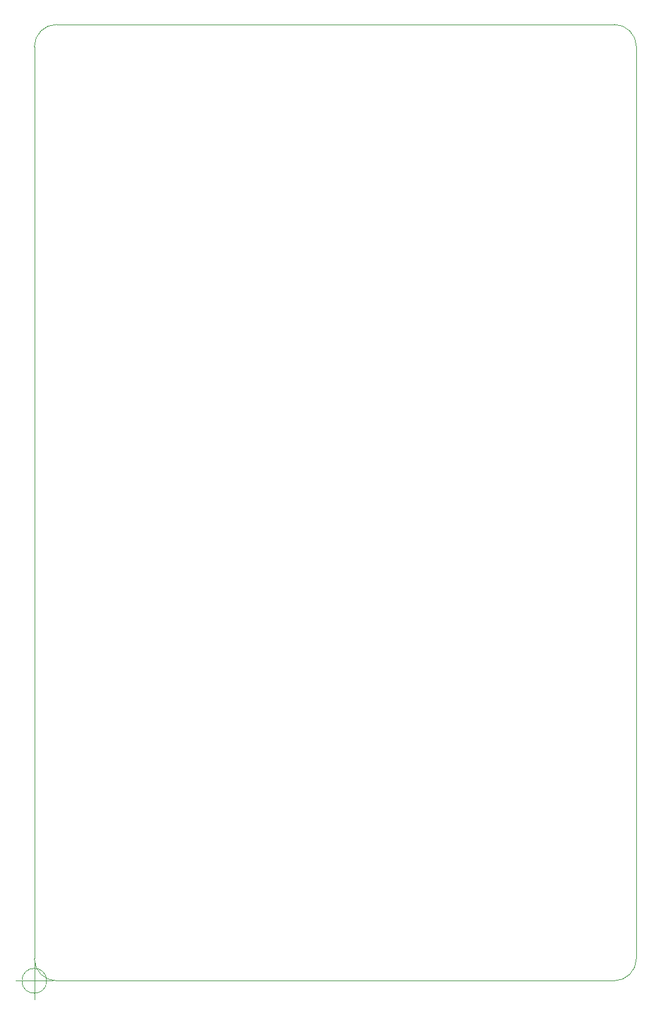
<source format=gbr>
%TF.GenerationSoftware,KiCad,Pcbnew,5.1.8-db9833491~88~ubuntu20.04.1*%
%TF.CreationDate,2021-01-15T13:02:49+00:00*%
%TF.ProjectId,luncheonmeat,6c756e63-6865-46f6-9e6d-6561742e6b69,v0.2.2*%
%TF.SameCoordinates,Original*%
%TF.FileFunction,Profile,NP*%
%FSLAX46Y46*%
G04 Gerber Fmt 4.6, Leading zero omitted, Abs format (unit mm)*
G04 Created by KiCad (PCBNEW 5.1.8-db9833491~88~ubuntu20.04.1) date 2021-01-15 13:02:49*
%MOMM*%
%LPD*%
G01*
G04 APERTURE LIST*
%TA.AperFunction,Profile*%
%ADD10C,0.050000*%
%TD*%
G04 APERTURE END LIST*
D10*
X164000000Y-190000000D02*
G75*
G02*
X161000000Y-193000000I-3000000J0D01*
G01*
X161000000Y-64500000D02*
G75*
G02*
X164000000Y-67500000I0J-3000000D01*
G01*
X86000000Y-193000000D02*
G75*
G02*
X83000000Y-190000000I0J3000000D01*
G01*
X83000000Y-67500000D02*
G75*
G02*
X86000000Y-64500000I3000000J0D01*
G01*
X84666666Y-193000000D02*
G75*
G03*
X84666666Y-193000000I-1666666J0D01*
G01*
X80500000Y-193000000D02*
X85500000Y-193000000D01*
X83000000Y-190500000D02*
X83000000Y-195500000D01*
X161000000Y-193000000D02*
X86000000Y-193000000D01*
X161000000Y-64500000D02*
X86000000Y-64500000D01*
X164000000Y-190000000D02*
X164000000Y-67500000D01*
X83000000Y-67500000D02*
X83000000Y-190000000D01*
M02*

</source>
